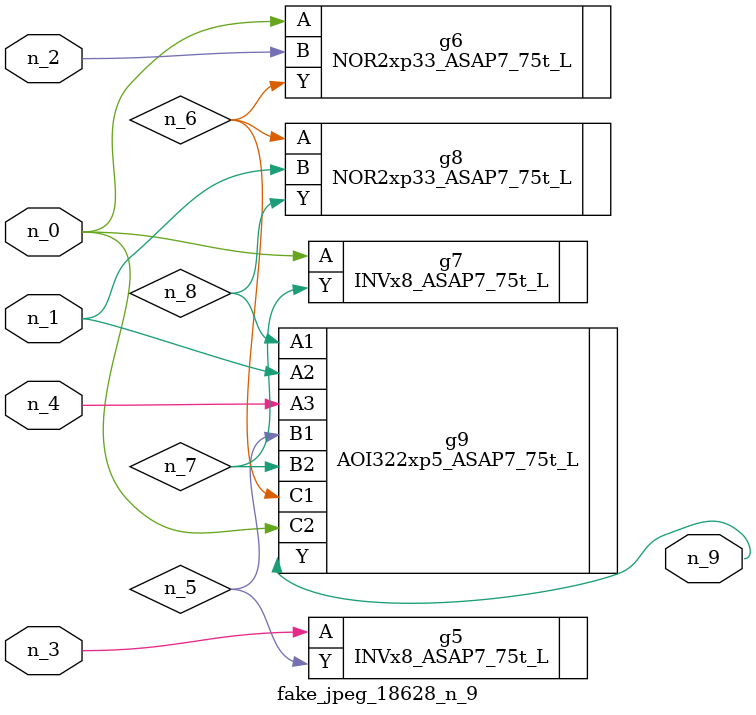
<source format=v>
module fake_jpeg_18628_n_9 (n_3, n_2, n_1, n_0, n_4, n_9);

input n_3;
input n_2;
input n_1;
input n_0;
input n_4;

output n_9;

wire n_8;
wire n_6;
wire n_5;
wire n_7;

INVx8_ASAP7_75t_L g5 ( 
.A(n_3),
.Y(n_5)
);

NOR2xp33_ASAP7_75t_L g6 ( 
.A(n_0),
.B(n_2),
.Y(n_6)
);

INVx8_ASAP7_75t_L g7 ( 
.A(n_0),
.Y(n_7)
);

NOR2xp33_ASAP7_75t_L g8 ( 
.A(n_6),
.B(n_1),
.Y(n_8)
);

AOI322xp5_ASAP7_75t_L g9 ( 
.A1(n_8),
.A2(n_1),
.A3(n_4),
.B1(n_5),
.B2(n_7),
.C1(n_6),
.C2(n_0),
.Y(n_9)
);


endmodule
</source>
